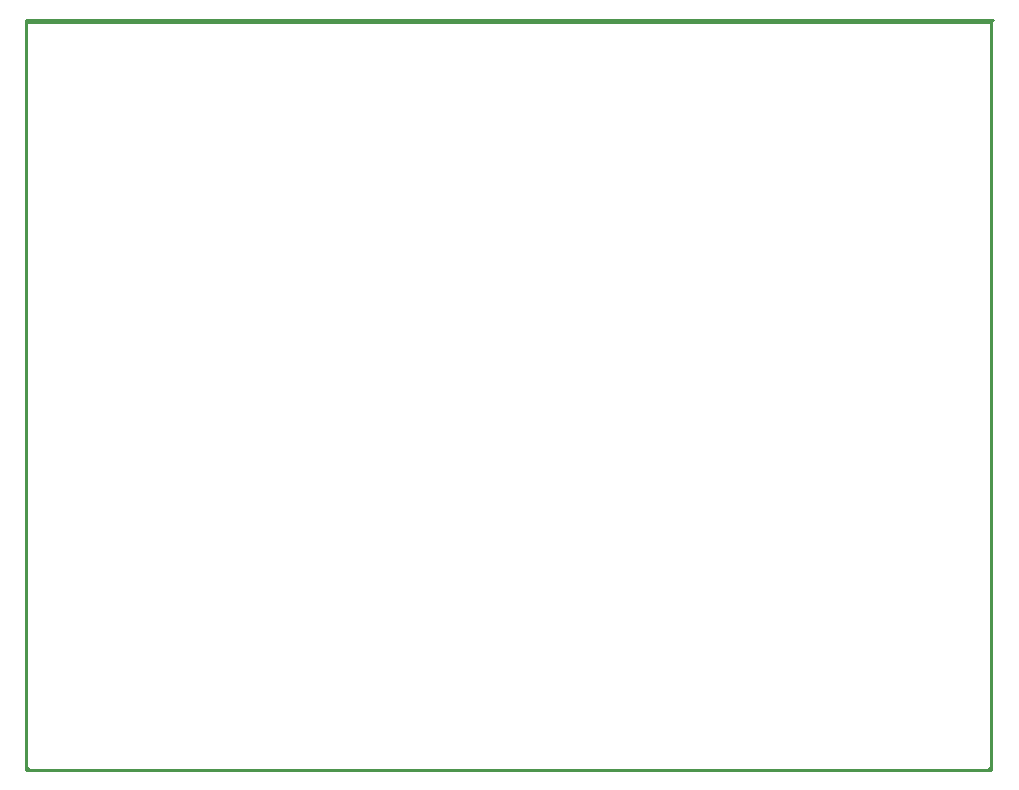
<source format=gko>
G04 Layer_Color=16711935*
%FSLAX44Y44*%
%MOMM*%
G71*
G01*
G75*
%ADD10C,0.2540*%
D10*
X3502861Y1047750D02*
X3502861Y1047750D01*
X3502861Y412750D02*
Y1047750D01*
Y412750D02*
X3502861Y412750D01*
X2686050Y412750D02*
X3502861D01*
X2686050Y412750D02*
X2686050Y412750D01*
X2686050Y412750D02*
Y1047750D01*
X3505200D01*
X2686000Y1046000D02*
X3501971D01*
X3502861Y1046889D01*
Y414610D02*
Y1046889D01*
X3501000Y412750D02*
X3502861Y414610D01*
X2689000Y412750D02*
X3501000D01*
X2686000Y415750D02*
X2689000Y412750D01*
X2686000Y415750D02*
Y1046000D01*
M02*

</source>
